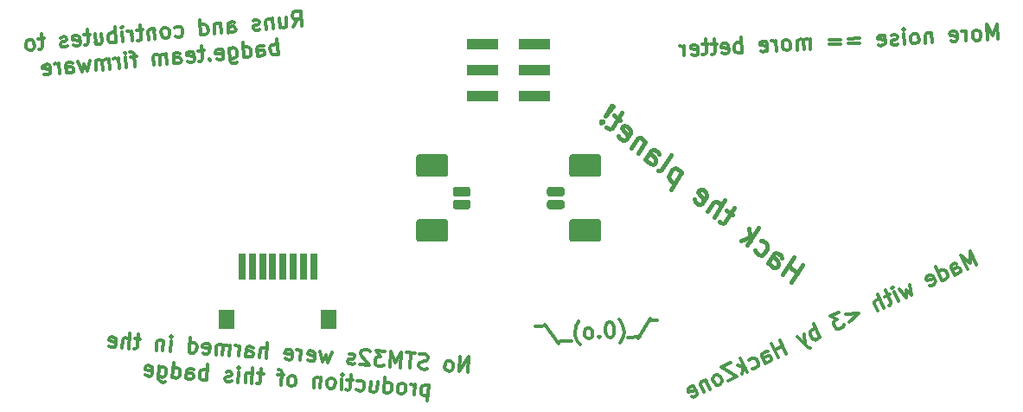
<source format=gbr>
%TF.GenerationSoftware,KiCad,Pcbnew,(5.1.5)-3*%
%TF.CreationDate,2020-05-31T21:19:38+02:00*%
%TF.ProjectId,speaker_grill,73706561-6b65-4725-9f67-72696c6c2e6b,rev?*%
%TF.SameCoordinates,PXbebc200PY5f5e100*%
%TF.FileFunction,Soldermask,Bot*%
%TF.FilePolarity,Negative*%
%FSLAX46Y46*%
G04 Gerber Fmt 4.6, Leading zero omitted, Abs format (unit mm)*
G04 Created by KiCad (PCBNEW (5.1.5)-3) date 2020-05-31 21:19:38*
%MOMM*%
%LPD*%
G04 APERTURE LIST*
%ADD10C,0.300000*%
%ADD11C,0.400000*%
%ADD12R,1.500000X1.900000*%
%ADD13R,0.700000X2.600000*%
%ADD14C,0.100000*%
%ADD15R,3.100000X1.100000*%
G04 APERTURE END LIST*
D10*
X-35483141Y9061119D02*
X-36196447Y9023736D01*
X-36136332Y9241467D02*
X-37319350Y7248249D01*
X-37184165Y7398387D02*
X-38325456Y7338575D01*
X-39087664Y6869469D02*
X-39020072Y6944538D01*
X-38888625Y7166007D01*
X-38824771Y7312407D01*
X-38764655Y7530137D01*
X-38712016Y7890529D01*
X-38726969Y8175851D01*
X-38816991Y8528767D01*
X-38899537Y8739020D01*
X-38978344Y8877943D01*
X-39132220Y9084459D01*
X-39207289Y9152051D01*
X-40052042Y8893200D02*
X-40194704Y8885723D01*
X-40333627Y8806916D01*
X-40401219Y8731847D01*
X-40465073Y8585447D01*
X-40521451Y8296386D01*
X-40502760Y7939733D01*
X-40416476Y7658149D01*
X-40337669Y7519225D01*
X-40262600Y7451633D01*
X-40116200Y7387779D01*
X-39973539Y7395256D01*
X-39834615Y7474063D01*
X-39767023Y7549132D01*
X-39703169Y7695531D01*
X-39646791Y7984592D01*
X-39665483Y8341246D01*
X-39751767Y8622830D01*
X-39830574Y8761753D01*
X-39905643Y8829346D01*
X-40052042Y8893200D01*
X-41122306Y7478104D02*
X-41189898Y7403035D01*
X-41114829Y7335443D01*
X-41047237Y7410512D01*
X-41122306Y7478104D01*
X-41114829Y7335443D01*
X-42042128Y7286845D02*
X-41903205Y7365653D01*
X-41835613Y7440722D01*
X-41771759Y7587121D01*
X-41794188Y8015105D01*
X-41872996Y8154028D01*
X-41948065Y8221621D01*
X-42094464Y8285475D01*
X-42308456Y8274260D01*
X-42447379Y8195453D01*
X-42514972Y8120384D01*
X-42578826Y7973984D01*
X-42556396Y7546000D01*
X-42477589Y7407077D01*
X-42402520Y7339485D01*
X-42256120Y7275630D01*
X-42042128Y7286845D01*
X-43010852Y6663864D02*
X-43085921Y6731456D01*
X-43239797Y6937972D01*
X-43318604Y7076895D01*
X-43401150Y7287149D01*
X-43491172Y7640064D01*
X-43506125Y7925387D01*
X-43453485Y8285778D01*
X-43393370Y8503509D01*
X-43329516Y8649908D01*
X-43198069Y8871377D01*
X-43130477Y8946446D01*
X-43817919Y7050727D02*
X-44959210Y6990914D01*
X-46475542Y8628085D02*
X-45090656Y6769446D01*
X-46682058Y8474209D02*
X-47395364Y8436826D01*
X-2121394Y36531697D02*
X-2199898Y38029642D01*
X-2643139Y36933513D01*
X-3198528Y37977306D01*
X-3120024Y36479361D01*
X-4047323Y36430764D02*
X-3908400Y36509571D01*
X-3840807Y36584640D01*
X-3776953Y36731039D01*
X-3799383Y37159024D01*
X-3878190Y37297947D01*
X-3953259Y37365539D01*
X-4099659Y37429393D01*
X-4313651Y37418178D01*
X-4452574Y37339371D01*
X-4520166Y37264302D01*
X-4584020Y37117902D01*
X-4561591Y36689918D01*
X-4482783Y36550995D01*
X-4407714Y36483403D01*
X-4261315Y36419549D01*
X-4047323Y36430764D01*
X-5188614Y36370951D02*
X-5240950Y37369581D01*
X-5225996Y37084258D02*
X-5304804Y37223181D01*
X-5379873Y37290773D01*
X-5526272Y37354627D01*
X-5668934Y37347151D01*
X-6690296Y36363778D02*
X-6543897Y36299924D01*
X-6258574Y36314877D01*
X-6119651Y36393684D01*
X-6055797Y36540084D01*
X-6085703Y37110729D01*
X-6164510Y37249652D01*
X-6310910Y37313506D01*
X-6596233Y37298553D01*
X-6735156Y37219746D01*
X-6799010Y37073346D01*
X-6791533Y36930685D01*
X-6070750Y36825406D01*
X-8593492Y37193881D02*
X-8541156Y36195252D01*
X-8586015Y37051220D02*
X-8661084Y37118812D01*
X-8807484Y37182666D01*
X-9021476Y37171452D01*
X-9160399Y37092644D01*
X-9224253Y36946245D01*
X-9183132Y36161607D01*
X-10110431Y36113010D02*
X-9971508Y36191817D01*
X-9903915Y36266886D01*
X-9840061Y36413285D01*
X-9862491Y36841270D01*
X-9941298Y36980193D01*
X-10016367Y37047785D01*
X-10162767Y37111639D01*
X-10376759Y37100424D01*
X-10515682Y37021617D01*
X-10583274Y36946548D01*
X-10647128Y36800148D01*
X-10624699Y36372164D01*
X-10545891Y36233241D01*
X-10470822Y36165649D01*
X-10324423Y36101795D01*
X-10110431Y36113010D01*
X-11251722Y36053197D02*
X-11304057Y37051827D01*
X-11330225Y37551141D02*
X-11255157Y37483549D01*
X-11322749Y37408480D01*
X-11397818Y37476072D01*
X-11330225Y37551141D01*
X-11322749Y37408480D01*
X-11897436Y36090883D02*
X-12036359Y36012076D01*
X-12321682Y35997123D01*
X-12468081Y36060977D01*
X-12546889Y36199900D01*
X-12550627Y36271231D01*
X-12486773Y36417630D01*
X-12347850Y36496438D01*
X-12133858Y36507652D01*
X-11994935Y36586460D01*
X-11931080Y36732859D01*
X-11934819Y36804190D01*
X-12013626Y36943113D01*
X-12160026Y37006967D01*
X-12374018Y36995752D01*
X-12512941Y36916945D01*
X-13752034Y35993688D02*
X-13605634Y35929834D01*
X-13320311Y35944787D01*
X-13181388Y36023594D01*
X-13117534Y36169994D01*
X-13147440Y36740639D01*
X-13226248Y36879562D01*
X-13372647Y36943416D01*
X-13657970Y36928463D01*
X-13796893Y36849656D01*
X-13860747Y36703256D01*
X-13853271Y36560595D01*
X-13132487Y36455316D01*
X-15644014Y36609799D02*
X-16785305Y36549987D01*
X-16762875Y36122003D02*
X-15621584Y36181815D01*
X-17498612Y36512604D02*
X-18639903Y36452791D01*
X-18617473Y36024807D02*
X-17476182Y36084620D01*
X-20453379Y35570959D02*
X-20505715Y36569588D01*
X-20498239Y36426927D02*
X-20573308Y36494519D01*
X-20719707Y36558373D01*
X-20933699Y36547158D01*
X-21072623Y36468351D01*
X-21136477Y36321952D01*
X-21095356Y35537314D01*
X-21136477Y36321952D02*
X-21215284Y36460875D01*
X-21361684Y36524729D01*
X-21575676Y36513514D01*
X-21714599Y36434707D01*
X-21778453Y36288307D01*
X-21737332Y35503669D01*
X-22664631Y35455072D02*
X-22525707Y35533879D01*
X-22458115Y35608948D01*
X-22394261Y35755348D01*
X-22416691Y36183332D01*
X-22495498Y36322255D01*
X-22570567Y36389847D01*
X-22716966Y36453701D01*
X-22930959Y36442487D01*
X-23069882Y36363679D01*
X-23137474Y36288610D01*
X-23201328Y36142211D01*
X-23178898Y35714227D01*
X-23100091Y35575303D01*
X-23025022Y35507711D01*
X-22878623Y35443857D01*
X-22664631Y35455072D01*
X-23805921Y35395259D02*
X-23858257Y36393889D01*
X-23843304Y36108566D02*
X-23922111Y36247489D01*
X-23997180Y36315082D01*
X-24143580Y36378936D01*
X-24286241Y36371459D01*
X-25307604Y35388086D02*
X-25161204Y35324232D01*
X-24875882Y35339185D01*
X-24736959Y35417992D01*
X-24673104Y35564392D01*
X-24703011Y36135037D01*
X-24781818Y36273960D01*
X-24928218Y36337815D01*
X-25213540Y36322861D01*
X-25352463Y36244054D01*
X-25416317Y36097655D01*
X-25408841Y35954993D01*
X-24688058Y35849715D01*
X-27158463Y35219560D02*
X-27236967Y36717504D01*
X-27207061Y36146859D02*
X-27353461Y36210713D01*
X-27638783Y36195760D01*
X-27777707Y36116953D01*
X-27845299Y36041884D01*
X-27909153Y35895484D01*
X-27886723Y35467500D01*
X-27807916Y35328577D01*
X-27732847Y35260984D01*
X-27586448Y35197130D01*
X-27301125Y35212083D01*
X-27162202Y35290891D01*
X-29088130Y35189957D02*
X-28941730Y35126103D01*
X-28656408Y35141056D01*
X-28517485Y35219863D01*
X-28453631Y35366263D01*
X-28483537Y35936908D01*
X-28562344Y36075832D01*
X-28708744Y36139686D01*
X-28994066Y36124732D01*
X-29132989Y36045925D01*
X-29196844Y35899526D01*
X-29189367Y35756864D01*
X-28468584Y35651586D01*
X-29636043Y36091088D02*
X-30206688Y36061182D01*
X-29876203Y36579188D02*
X-29808913Y35295236D01*
X-29872768Y35148836D01*
X-30011691Y35070029D01*
X-30154352Y35062552D01*
X-30492011Y36046229D02*
X-31062656Y36016322D01*
X-30732171Y36534328D02*
X-30664882Y35250376D01*
X-30728736Y35103977D01*
X-30867659Y35025169D01*
X-31010320Y35017693D01*
X-32084019Y35032949D02*
X-31937619Y34969095D01*
X-31652296Y34984048D01*
X-31513373Y35062855D01*
X-31449519Y35209255D01*
X-31479425Y35779901D01*
X-31558233Y35918824D01*
X-31704632Y35982678D01*
X-31989955Y35967725D01*
X-32128878Y35888917D01*
X-32192732Y35742518D01*
X-32185256Y35599856D01*
X-31464472Y35494578D01*
X-32793587Y34924236D02*
X-32845923Y35922865D01*
X-32830970Y35637543D02*
X-32909777Y35776466D01*
X-32984846Y35844058D01*
X-33131246Y35907912D01*
X-33273907Y35900436D01*
X-53994143Y3966764D02*
X-53889508Y5463110D01*
X-54849197Y4026555D01*
X-54744563Y5522901D01*
X-55775507Y4091329D02*
X-55628015Y4152618D01*
X-55551778Y4218890D01*
X-55470558Y4356417D01*
X-55440663Y4783944D01*
X-55501952Y4931436D01*
X-55568224Y5007673D01*
X-55705750Y5088893D01*
X-55919514Y5103841D01*
X-56067006Y5042551D01*
X-56143243Y4976280D01*
X-56224463Y4838753D01*
X-56254358Y4411226D01*
X-56193069Y4263734D01*
X-56126797Y4187497D01*
X-55989271Y4106277D01*
X-55775507Y4091329D01*
X-57979416Y4317044D02*
X-58198162Y4260738D01*
X-58554435Y4285651D01*
X-58691962Y4366870D01*
X-58758234Y4443108D01*
X-58819523Y4590599D01*
X-58809558Y4733108D01*
X-58728338Y4870635D01*
X-58652101Y4936907D01*
X-58504609Y4998196D01*
X-58214608Y5049520D01*
X-58067117Y5110810D01*
X-57990879Y5177082D01*
X-57909660Y5314608D01*
X-57899694Y5457118D01*
X-57960984Y5604609D01*
X-58027256Y5680846D01*
X-58164782Y5762066D01*
X-58521055Y5786979D01*
X-58739802Y5730672D01*
X-59162346Y5831823D02*
X-60017401Y5891614D01*
X-59694509Y4365372D02*
X-59589874Y5861718D01*
X-60620818Y4430146D02*
X-60516183Y5926492D01*
X-61089704Y4892552D01*
X-61513747Y5996249D01*
X-61618382Y4499903D01*
X-62083784Y6036110D02*
X-63010093Y6100883D01*
X-62551172Y5495969D01*
X-62764936Y5510916D01*
X-62912428Y5449627D01*
X-62988665Y5383355D01*
X-63069885Y5245828D01*
X-63094798Y4889556D01*
X-63033508Y4742064D01*
X-62967236Y4665827D01*
X-62829710Y4584607D01*
X-62402182Y4554711D01*
X-62254691Y4616001D01*
X-62178453Y4682273D01*
X-63590095Y5998235D02*
X-63656367Y6074472D01*
X-63793894Y6155692D01*
X-64150167Y6180605D01*
X-64297658Y6119316D01*
X-64373896Y6053044D01*
X-64455115Y5915517D01*
X-64465081Y5773008D01*
X-64408774Y5554262D01*
X-63613510Y4639416D01*
X-64539820Y4704189D01*
X-65104874Y4815305D02*
X-65252365Y4754015D01*
X-65537384Y4773946D01*
X-65674910Y4855166D01*
X-65736200Y5002657D01*
X-65731217Y5073912D01*
X-65649997Y5211439D01*
X-65502505Y5272728D01*
X-65288742Y5257780D01*
X-65141250Y5319069D01*
X-65060030Y5456596D01*
X-65055048Y5527851D01*
X-65116337Y5675342D01*
X-65253863Y5756562D01*
X-65467627Y5771510D01*
X-65615119Y5710221D01*
X-67320246Y5901058D02*
X-67675021Y4923424D01*
X-67910213Y5655900D01*
X-68245058Y4963285D01*
X-68460319Y5980779D01*
X-69665166Y5134192D02*
X-69527640Y5052972D01*
X-69242622Y5033041D01*
X-69095130Y5094331D01*
X-69013910Y5231857D01*
X-68974049Y5801894D01*
X-69035339Y5949386D01*
X-69172865Y6030605D01*
X-69457883Y6050536D01*
X-69605375Y5989246D01*
X-69686595Y5851720D01*
X-69696560Y5709211D01*
X-68993980Y5516876D01*
X-70382695Y5112763D02*
X-70312938Y6110327D01*
X-70332869Y5825309D02*
X-70394158Y5972801D01*
X-70460430Y6049038D01*
X-70597957Y6130258D01*
X-70740466Y6140223D01*
X-71874058Y5288652D02*
X-71736532Y5207433D01*
X-71451513Y5187502D01*
X-71304022Y5248791D01*
X-71222802Y5386318D01*
X-71182941Y5956355D01*
X-71244230Y6103846D01*
X-71381757Y6185066D01*
X-71666775Y6204997D01*
X-71814267Y6143707D01*
X-71895487Y6006181D01*
X-71905452Y5863672D01*
X-71202871Y5671336D01*
X-73731660Y5346945D02*
X-73627025Y6843292D01*
X-74372951Y5391789D02*
X-74318142Y6175589D01*
X-74236923Y6313116D01*
X-74089431Y6374405D01*
X-73875667Y6359457D01*
X-73738140Y6278238D01*
X-73671869Y6202000D01*
X-75726788Y5486458D02*
X-75671979Y6270259D01*
X-75590759Y6407785D01*
X-75443268Y6469075D01*
X-75158249Y6449144D01*
X-75020723Y6367924D01*
X-75721805Y5557713D02*
X-75584279Y5476493D01*
X-75228006Y5451580D01*
X-75080514Y5512870D01*
X-74999294Y5650396D01*
X-74989329Y5792905D01*
X-75050618Y5940397D01*
X-75188145Y6021617D01*
X-75544418Y6046530D01*
X-75681944Y6127750D01*
X-76439334Y5536284D02*
X-76369577Y6533849D01*
X-76389508Y6248830D02*
X-76450797Y6396322D01*
X-76517069Y6472559D01*
X-76654595Y6553779D01*
X-76797105Y6563744D01*
X-77365643Y5601058D02*
X-77295887Y6598622D01*
X-77305852Y6456113D02*
X-77372124Y6532350D01*
X-77509650Y6613570D01*
X-77723414Y6628518D01*
X-77870906Y6567229D01*
X-77952126Y6429702D01*
X-78006934Y5645902D01*
X-77952126Y6429702D02*
X-78013415Y6577194D01*
X-78150942Y6658414D01*
X-78364705Y6673361D01*
X-78512197Y6612072D01*
X-78593417Y6474546D01*
X-78648225Y5690745D01*
X-79925825Y5851687D02*
X-79788299Y5770467D01*
X-79503280Y5750537D01*
X-79355789Y5811826D01*
X-79274569Y5949352D01*
X-79234708Y6519389D01*
X-79295997Y6666881D01*
X-79433524Y6748101D01*
X-79718542Y6768031D01*
X-79866034Y6706742D01*
X-79947254Y6569215D01*
X-79957219Y6426706D01*
X-79254638Y6234371D01*
X-81284645Y5875102D02*
X-81180010Y7371448D01*
X-81279662Y5946356D02*
X-81142136Y5865136D01*
X-80857117Y5845206D01*
X-80709626Y5906495D01*
X-80633388Y5972767D01*
X-80552169Y6110294D01*
X-80522273Y6537821D01*
X-80583562Y6685313D01*
X-80649834Y6761550D01*
X-80787361Y6842770D01*
X-81072379Y6862700D01*
X-81219871Y6801411D01*
X-83137264Y6004649D02*
X-83067507Y7002213D01*
X-83032629Y7500995D02*
X-82966357Y7424758D01*
X-83042594Y7358486D01*
X-83108866Y7434723D01*
X-83032629Y7500995D01*
X-83042594Y7358486D01*
X-83780053Y7052039D02*
X-83849809Y6054475D01*
X-83790018Y6909530D02*
X-83856290Y6985768D01*
X-83993817Y7066987D01*
X-84207580Y7081935D01*
X-84355072Y7020646D01*
X-84436292Y6883119D01*
X-84491101Y6099319D01*
X-86060199Y7211483D02*
X-86630236Y7251344D01*
X-86239085Y7725213D02*
X-86328772Y6442630D01*
X-86409992Y6305104D01*
X-86557483Y6243814D01*
X-86699992Y6253780D01*
X-87198774Y6288658D02*
X-87094140Y7785004D01*
X-87840066Y6333501D02*
X-87785257Y7117302D01*
X-87704037Y7254828D01*
X-87556545Y7316118D01*
X-87342782Y7301170D01*
X-87205255Y7219950D01*
X-87138983Y7143713D01*
X-89117665Y6494443D02*
X-88980139Y6413223D01*
X-88695121Y6393293D01*
X-88547629Y6454582D01*
X-88466409Y6592109D01*
X-88426548Y7162145D01*
X-88487838Y7309637D01*
X-88625364Y7390857D01*
X-88910382Y7410787D01*
X-89057874Y7349498D01*
X-89139094Y7211971D01*
X-89149059Y7069462D01*
X-88446479Y6877127D01*
X-57843130Y2682127D02*
X-57947765Y1185781D01*
X-57848113Y2610872D02*
X-57985639Y2692092D01*
X-58270658Y2712022D01*
X-58418149Y2650733D01*
X-58494387Y2584461D01*
X-58575606Y2446934D01*
X-58605502Y2019407D01*
X-58544213Y1871915D01*
X-58477941Y1795678D01*
X-58340414Y1714458D01*
X-58055396Y1694528D01*
X-57907904Y1755817D01*
X-59266724Y1779232D02*
X-59196967Y2776796D01*
X-59216898Y2491778D02*
X-59278187Y2639270D01*
X-59344459Y2715507D01*
X-59481985Y2796727D01*
X-59624495Y2806692D01*
X-60406797Y1858954D02*
X-60259305Y1920243D01*
X-60183068Y1986515D01*
X-60101848Y2124042D01*
X-60071952Y2551569D01*
X-60133242Y2699061D01*
X-60199514Y2775298D01*
X-60337040Y2856518D01*
X-60550804Y2871466D01*
X-60698296Y2810176D01*
X-60774533Y2743904D01*
X-60855753Y2606378D01*
X-60885648Y2178850D01*
X-60824359Y2031359D01*
X-60758087Y1955121D01*
X-60620561Y1873902D01*
X-60406797Y1858954D01*
X-62188161Y1983519D02*
X-62083526Y3479865D01*
X-62183179Y2054774D02*
X-62045652Y1973554D01*
X-61760634Y1953623D01*
X-61613142Y2014913D01*
X-61536905Y2081185D01*
X-61455685Y2218711D01*
X-61425789Y2646239D01*
X-61487079Y2793730D01*
X-61553351Y2869968D01*
X-61690877Y2951187D01*
X-61975896Y2971118D01*
X-62123387Y2909828D01*
X-63472242Y3075752D02*
X-63541998Y2078188D01*
X-62830950Y3030909D02*
X-62885759Y2247109D01*
X-62966979Y2109582D01*
X-63114471Y2048293D01*
X-63328234Y2063241D01*
X-63465761Y2144460D01*
X-63532033Y2220698D01*
X-64890852Y2244113D02*
X-64753326Y2162893D01*
X-64468308Y2142962D01*
X-64320816Y2204252D01*
X-64244579Y2270524D01*
X-64163359Y2408050D01*
X-64133463Y2835578D01*
X-64194753Y2983069D01*
X-64261025Y3059307D01*
X-64398551Y3140526D01*
X-64683569Y3160457D01*
X-64831061Y3099167D01*
X-65253606Y3200318D02*
X-65823643Y3240178D01*
X-65432492Y3714047D02*
X-65522178Y2431465D01*
X-65603398Y2293939D01*
X-65750890Y2232649D01*
X-65893399Y2242614D01*
X-66392181Y2277493D02*
X-66322425Y3275057D01*
X-66287546Y3773839D02*
X-66221274Y3697602D01*
X-66297512Y3631330D01*
X-66363784Y3707567D01*
X-66287546Y3773839D01*
X-66297512Y3631330D01*
X-67318491Y2342267D02*
X-67170999Y2403556D01*
X-67094762Y2469828D01*
X-67013542Y2607354D01*
X-66983646Y3034882D01*
X-67044936Y3182374D01*
X-67111208Y3258611D01*
X-67248734Y3339831D01*
X-67462498Y3354778D01*
X-67609990Y3293489D01*
X-67686227Y3227217D01*
X-67767447Y3089690D01*
X-67797342Y2662163D01*
X-67736053Y2514671D01*
X-67669781Y2438434D01*
X-67532254Y2357214D01*
X-67318491Y2342267D01*
X-68388807Y3419552D02*
X-68458564Y2421988D01*
X-68398773Y3277043D02*
X-68465045Y3353280D01*
X-68602571Y3434500D01*
X-68816335Y3449448D01*
X-68963827Y3388159D01*
X-69045046Y3250632D01*
X-69099855Y2466832D01*
X-71166238Y2611327D02*
X-71018746Y2672617D01*
X-70942509Y2738889D01*
X-70861289Y2876415D01*
X-70831393Y3303943D01*
X-70892683Y3451434D01*
X-70958955Y3527671D01*
X-71096481Y3608891D01*
X-71310245Y3623839D01*
X-71457737Y3562550D01*
X-71533974Y3496278D01*
X-71615194Y3358751D01*
X-71645089Y2931224D01*
X-71583800Y2783732D01*
X-71517528Y2707495D01*
X-71380001Y2626275D01*
X-71166238Y2611327D01*
X-72022791Y3673665D02*
X-72592827Y3713526D01*
X-72306311Y2691049D02*
X-72216624Y3973631D01*
X-72277913Y4121123D01*
X-72415440Y4202343D01*
X-72557949Y4212308D01*
X-74017919Y3813178D02*
X-74587955Y3853039D01*
X-74196804Y4326908D02*
X-74286491Y3044326D01*
X-74367711Y2906799D01*
X-74515203Y2845510D01*
X-74657712Y2855475D01*
X-75156494Y2890353D02*
X-75051859Y4386699D01*
X-75797785Y2935197D02*
X-75742976Y3718997D01*
X-75661757Y3856523D01*
X-75514265Y3917813D01*
X-75300501Y3902865D01*
X-75162975Y3821645D01*
X-75096703Y3745408D01*
X-76510331Y2985023D02*
X-76440574Y3982587D01*
X-76405696Y4481369D02*
X-76339424Y4405131D01*
X-76415661Y4338860D01*
X-76481933Y4415097D01*
X-76405696Y4481369D01*
X-76415661Y4338860D01*
X-77146639Y3101121D02*
X-77294131Y3039831D01*
X-77579149Y3059762D01*
X-77716676Y3140981D01*
X-77777965Y3288473D01*
X-77772983Y3359728D01*
X-77691763Y3497254D01*
X-77544271Y3558544D01*
X-77330507Y3543596D01*
X-77183016Y3604885D01*
X-77101796Y3742412D01*
X-77096813Y3813666D01*
X-77158103Y3961158D01*
X-77295629Y4042378D01*
X-77509393Y4057326D01*
X-77656885Y3996036D01*
X-79574278Y3199275D02*
X-79469643Y4695621D01*
X-79509504Y4125584D02*
X-79647030Y4206804D01*
X-79932048Y4226734D01*
X-80079540Y4165445D01*
X-80155777Y4099173D01*
X-80236997Y3961646D01*
X-80266893Y3534119D01*
X-80205603Y3386627D01*
X-80139331Y3310390D01*
X-80001805Y3229170D01*
X-79716787Y3209240D01*
X-79569295Y3270529D01*
X-81569406Y3338788D02*
X-81514597Y4122588D01*
X-81433377Y4260114D01*
X-81285885Y4321404D01*
X-81000867Y4301473D01*
X-80863341Y4220254D01*
X-81564423Y3410042D02*
X-81426896Y3328822D01*
X-81070624Y3303909D01*
X-80923132Y3365199D01*
X-80841912Y3502725D01*
X-80831947Y3645234D01*
X-80893236Y3792726D01*
X-81030763Y3873946D01*
X-81387036Y3898859D01*
X-81524562Y3980079D01*
X-82923243Y3433457D02*
X-82818608Y4929803D01*
X-82918260Y3504712D02*
X-82780733Y3423492D01*
X-82495715Y3403561D01*
X-82348223Y3464851D01*
X-82271986Y3531123D01*
X-82190766Y3668649D01*
X-82160871Y4096177D01*
X-82222160Y4243669D01*
X-82288432Y4319906D01*
X-82425959Y4401125D01*
X-82710977Y4421056D01*
X-82858469Y4359767D01*
X-84207323Y4525691D02*
X-84292027Y3314363D01*
X-84230738Y3166871D01*
X-84164466Y3090634D01*
X-84026939Y3009414D01*
X-83813176Y2994466D01*
X-83665684Y3055756D01*
X-84272097Y3599381D02*
X-84134570Y3518161D01*
X-83849552Y3498231D01*
X-83702060Y3559520D01*
X-83625823Y3625792D01*
X-83544603Y3763319D01*
X-83514708Y4190846D01*
X-83575997Y4338338D01*
X-83642269Y4414575D01*
X-83779796Y4495795D01*
X-84064814Y4515725D01*
X-84212306Y4454436D01*
X-85554679Y3689068D02*
X-85417153Y3607848D01*
X-85132134Y3587918D01*
X-84984643Y3649207D01*
X-84903423Y3786734D01*
X-84863562Y4356770D01*
X-84924851Y4504262D01*
X-85062378Y4585482D01*
X-85347396Y4605412D01*
X-85494888Y4544123D01*
X-85576108Y4406596D01*
X-85586073Y4264087D01*
X-84883492Y4071752D01*
X-71087982Y37745860D02*
X-70652138Y38501006D01*
X-70234101Y37820565D02*
X-70364834Y39314857D01*
X-70934088Y39265054D01*
X-71070176Y39181446D01*
X-71135108Y39104064D01*
X-71193814Y38955525D01*
X-71175137Y38742055D01*
X-71091530Y38605967D01*
X-71014148Y38541035D01*
X-70865609Y38482329D01*
X-70296355Y38532133D01*
X-72455959Y38629997D02*
X-72368803Y37633803D01*
X-71815548Y38686026D02*
X-71747069Y37903302D01*
X-71805775Y37754763D01*
X-71941863Y37671155D01*
X-72155333Y37652479D01*
X-72303872Y37711185D01*
X-72381254Y37776116D01*
X-73167527Y38567743D02*
X-73080371Y37571549D01*
X-73155076Y38425430D02*
X-73232458Y38490361D01*
X-73380997Y38549067D01*
X-73594467Y38530391D01*
X-73730556Y38446783D01*
X-73789262Y38298244D01*
X-73720782Y37515520D01*
X-74367418Y37530648D02*
X-74503506Y37447040D01*
X-74788133Y37422139D01*
X-74936672Y37480845D01*
X-75020280Y37616933D01*
X-75026505Y37688090D01*
X-74967799Y37836629D01*
X-74831711Y37920236D01*
X-74618241Y37938912D01*
X-74482153Y38022520D01*
X-74423447Y38171059D01*
X-74429672Y38242216D01*
X-74513280Y38378304D01*
X-74661819Y38437010D01*
X-74875289Y38418333D01*
X-75011377Y38334726D01*
X-77420934Y37191799D02*
X-77489413Y37974523D01*
X-77430707Y38123062D01*
X-77294619Y38206670D01*
X-77009992Y38231571D01*
X-76861453Y38172865D01*
X-77427159Y37262955D02*
X-77278620Y37204249D01*
X-76922836Y37235376D01*
X-76786748Y37318984D01*
X-76728042Y37467523D01*
X-76740493Y37609837D01*
X-76824101Y37745925D01*
X-76972640Y37804631D01*
X-77328423Y37773504D01*
X-77476962Y37832209D01*
X-78219657Y38125739D02*
X-78132501Y37129545D01*
X-78207206Y37983426D02*
X-78284588Y38048357D01*
X-78433127Y38107063D01*
X-78646598Y38088387D01*
X-78782686Y38004779D01*
X-78841392Y37856240D01*
X-78772912Y37073516D01*
X-80124891Y36955233D02*
X-80255624Y38449525D01*
X-80131116Y37026390D02*
X-79982577Y36967684D01*
X-79697950Y36992585D01*
X-79561862Y37076193D01*
X-79496931Y37153575D01*
X-79438225Y37302114D01*
X-79475577Y37729055D01*
X-79559185Y37865143D01*
X-79636567Y37930074D01*
X-79785106Y37988780D01*
X-80069733Y37963879D01*
X-80205821Y37880271D01*
X-82621603Y36808500D02*
X-82473064Y36749794D01*
X-82188437Y36774696D01*
X-82052349Y36858304D01*
X-81987417Y36935686D01*
X-81928712Y37084225D01*
X-81966064Y37511165D01*
X-82049672Y37647254D01*
X-82127054Y37712185D01*
X-82275593Y37770891D01*
X-82560220Y37745989D01*
X-82696308Y37662382D01*
X-83469259Y36662639D02*
X-83333171Y36746246D01*
X-83268239Y36823629D01*
X-83209533Y36972167D01*
X-83246886Y37399108D01*
X-83330493Y37535196D01*
X-83407876Y37600128D01*
X-83556414Y37658833D01*
X-83769885Y37640157D01*
X-83905973Y37556550D01*
X-83970904Y37479167D01*
X-84029610Y37330629D01*
X-83992258Y36903688D01*
X-83908650Y36767600D01*
X-83831268Y36702668D01*
X-83682729Y36643963D01*
X-83469259Y36662639D01*
X-84694923Y37559227D02*
X-84607767Y36563032D01*
X-84682472Y37416913D02*
X-84759854Y37481845D01*
X-84908393Y37540551D01*
X-85121863Y37521874D01*
X-85257951Y37438267D01*
X-85316657Y37289728D01*
X-85248178Y36507003D01*
X-85833431Y37459620D02*
X-86402685Y37409817D01*
X-86090479Y37939041D02*
X-85978422Y36658220D01*
X-86037128Y36509681D01*
X-86173216Y36426073D01*
X-86315529Y36413622D01*
X-86813627Y36370044D02*
X-86900782Y37366239D01*
X-86875881Y37081612D02*
X-86959488Y37217700D01*
X-87036870Y37282632D01*
X-87185409Y37341338D01*
X-87327723Y37328887D01*
X-87738665Y36289114D02*
X-87825820Y37285309D01*
X-87869398Y37783406D02*
X-87792016Y37718475D01*
X-87856947Y37641093D01*
X-87934330Y37706024D01*
X-87869398Y37783406D01*
X-87856947Y37641093D01*
X-88450232Y36226860D02*
X-88580966Y37721152D01*
X-88531163Y37151898D02*
X-88679701Y37210604D01*
X-88964329Y37185702D01*
X-89100417Y37102095D01*
X-89165348Y37024713D01*
X-89224054Y36876174D01*
X-89186701Y36449233D01*
X-89103094Y36313145D01*
X-89025712Y36248214D01*
X-88877173Y36189508D01*
X-88592546Y36214409D01*
X-88456458Y36298017D01*
X-90529777Y37048743D02*
X-90442622Y36052549D01*
X-89889366Y37104772D02*
X-89820887Y36322048D01*
X-89879593Y36173509D01*
X-90015681Y36089901D01*
X-90229151Y36071225D01*
X-90377690Y36129931D01*
X-90455072Y36194862D01*
X-91027875Y37005165D02*
X-91597129Y36955362D01*
X-91284923Y37484586D02*
X-91172865Y36203765D01*
X-91231571Y36055226D01*
X-91367660Y35971618D01*
X-91509973Y35959167D01*
X-92583550Y35936943D02*
X-92435011Y35878237D01*
X-92150384Y35903139D01*
X-92014296Y35986746D01*
X-91955590Y36135285D01*
X-92005393Y36704539D01*
X-92089001Y36840627D01*
X-92237540Y36899333D01*
X-92522167Y36874432D01*
X-92658255Y36790824D01*
X-92716961Y36642285D01*
X-92704510Y36499972D01*
X-91980492Y36419912D01*
X-93223961Y35880914D02*
X-93360049Y35797307D01*
X-93644676Y35772405D01*
X-93793215Y35831111D01*
X-93876822Y35967199D01*
X-93883048Y36038356D01*
X-93824342Y36186895D01*
X-93688254Y36270502D01*
X-93474784Y36289179D01*
X-93338695Y36372786D01*
X-93279989Y36521325D01*
X-93286215Y36592482D01*
X-93369822Y36728570D01*
X-93518361Y36787276D01*
X-93731832Y36768600D01*
X-93867920Y36684992D01*
X-95510751Y36612965D02*
X-96080005Y36563161D01*
X-95767799Y37092386D02*
X-95655742Y35811564D01*
X-95714448Y35663025D01*
X-95850536Y35579417D01*
X-95992849Y35566967D01*
X-96704417Y35504712D02*
X-96568329Y35588320D01*
X-96503397Y35665702D01*
X-96444691Y35814241D01*
X-96482044Y36241182D01*
X-96565651Y36377270D01*
X-96643034Y36442201D01*
X-96791573Y36500907D01*
X-97005043Y36482231D01*
X-97141131Y36398623D01*
X-97206062Y36321241D01*
X-97264768Y36172702D01*
X-97227416Y35745762D01*
X-97143808Y35609674D01*
X-97066426Y35544742D01*
X-96917887Y35486036D01*
X-96704417Y35504712D01*
X-72573497Y35056154D02*
X-72704231Y36550446D01*
X-72654427Y35981192D02*
X-72802966Y36039898D01*
X-73087593Y36014997D01*
X-73223682Y35931389D01*
X-73288613Y35854007D01*
X-73347319Y35705468D01*
X-73309966Y35278527D01*
X-73226359Y35142439D01*
X-73148977Y35077508D01*
X-73000438Y35018802D01*
X-72715811Y35043703D01*
X-72579722Y35127311D01*
X-74565886Y34881843D02*
X-74634366Y35664567D01*
X-74575660Y35813106D01*
X-74439572Y35896714D01*
X-74154945Y35921615D01*
X-74006406Y35862909D01*
X-74572112Y34953000D02*
X-74423573Y34894294D01*
X-74067789Y34925421D01*
X-73931701Y35009028D01*
X-73872995Y35157567D01*
X-73885446Y35299881D01*
X-73969053Y35435969D01*
X-74117592Y35494675D01*
X-74473376Y35463548D01*
X-74621915Y35522254D01*
X-75917865Y34763560D02*
X-76048599Y36257852D01*
X-75924090Y34834717D02*
X-75775551Y34776011D01*
X-75490924Y34800912D01*
X-75354836Y34884520D01*
X-75289905Y34961902D01*
X-75231199Y35110441D01*
X-75268551Y35537382D01*
X-75352159Y35673470D01*
X-75429541Y35738401D01*
X-75578080Y35797107D01*
X-75862707Y35772206D01*
X-75998795Y35688598D01*
X-77356999Y35641472D02*
X-77251167Y34431807D01*
X-77167560Y34295719D01*
X-77090178Y34230787D01*
X-76941639Y34172082D01*
X-76728168Y34190758D01*
X-76592080Y34274365D01*
X-77276069Y34716434D02*
X-77127530Y34657728D01*
X-76842903Y34682630D01*
X-76706815Y34766237D01*
X-76641883Y34843619D01*
X-76583178Y34992158D01*
X-76620530Y35419099D01*
X-76704138Y35555187D01*
X-76781520Y35620118D01*
X-76930059Y35678824D01*
X-77214686Y35653923D01*
X-77350774Y35570315D01*
X-78556891Y34604377D02*
X-78408352Y34545671D01*
X-78123725Y34570572D01*
X-77987637Y34654180D01*
X-77928931Y34802719D01*
X-77978734Y35371973D01*
X-78062341Y35508061D01*
X-78210880Y35566767D01*
X-78495507Y35541865D01*
X-78631596Y35458258D01*
X-78690302Y35309719D01*
X-78677851Y35167405D01*
X-77953832Y35087346D01*
X-79274684Y34613279D02*
X-79339615Y34535897D01*
X-79262233Y34470966D01*
X-79197302Y34548348D01*
X-79274684Y34613279D01*
X-79262233Y34470966D01*
X-79847486Y35423583D02*
X-80416740Y35373779D01*
X-80104534Y35903004D02*
X-79992477Y34622182D01*
X-80051183Y34473643D01*
X-80187271Y34390035D01*
X-80329584Y34377585D01*
X-81403161Y34355360D02*
X-81254622Y34296654D01*
X-80969995Y34321556D01*
X-80833907Y34405163D01*
X-80775201Y34553702D01*
X-80825004Y35122957D01*
X-80908612Y35259045D01*
X-81057151Y35317751D01*
X-81341778Y35292849D01*
X-81477866Y35209241D01*
X-81536572Y35060702D01*
X-81524121Y34918389D01*
X-80800103Y34838329D01*
X-82748914Y34165921D02*
X-82817394Y34948645D01*
X-82758688Y35097184D01*
X-82622600Y35180792D01*
X-82337973Y35205693D01*
X-82189434Y35146987D01*
X-82755140Y34237077D02*
X-82606601Y34178371D01*
X-82250817Y34209498D01*
X-82114729Y34293106D01*
X-82056023Y34441645D01*
X-82068474Y34583959D01*
X-82152081Y34720047D01*
X-82300620Y34778753D01*
X-82656404Y34747626D01*
X-82804943Y34806332D01*
X-83460482Y34103667D02*
X-83547638Y35099861D01*
X-83535187Y34957548D02*
X-83612569Y35022479D01*
X-83761108Y35081185D01*
X-83974578Y35062509D01*
X-84110666Y34978901D01*
X-84169372Y34830362D01*
X-84100893Y34047638D01*
X-84169372Y34830362D02*
X-84252980Y34966450D01*
X-84401519Y35025156D01*
X-84614989Y35006480D01*
X-84751077Y34922872D01*
X-84809783Y34774334D01*
X-84741304Y33991609D01*
X-86465065Y34844619D02*
X-87034319Y34794816D01*
X-86591380Y33829748D02*
X-86703437Y35110570D01*
X-86787045Y35246658D01*
X-86935584Y35305364D01*
X-87077897Y35292913D01*
X-87445261Y33755044D02*
X-87532417Y34751238D01*
X-87575994Y35249336D02*
X-87498612Y35184404D01*
X-87563544Y35107022D01*
X-87640926Y35171953D01*
X-87575994Y35249336D01*
X-87563544Y35107022D01*
X-88156828Y33692789D02*
X-88243984Y34688984D01*
X-88219083Y34404357D02*
X-88302690Y34540445D01*
X-88380072Y34605377D01*
X-88528611Y34664083D01*
X-88670925Y34651632D01*
X-89081866Y33611859D02*
X-89169022Y34608054D01*
X-89156571Y34465740D02*
X-89233953Y34530672D01*
X-89382492Y34589378D01*
X-89595963Y34570701D01*
X-89732051Y34487094D01*
X-89790757Y34338555D01*
X-89722277Y33555830D01*
X-89790757Y34338555D02*
X-89874364Y34474643D01*
X-90022903Y34533349D01*
X-90236374Y34514673D01*
X-90372462Y34431065D01*
X-90431168Y34282526D01*
X-90362688Y33499802D01*
X-91019098Y34446193D02*
X-91216569Y33425097D01*
X-91563450Y34111763D01*
X-91785823Y33375294D01*
X-92157606Y34346587D01*
X-93280115Y33244560D02*
X-93348595Y34027284D01*
X-93289889Y34175823D01*
X-93153801Y34259431D01*
X-92869174Y34284332D01*
X-92720635Y34225627D01*
X-93286341Y33315717D02*
X-93137802Y33257011D01*
X-92782018Y33288138D01*
X-92645930Y33371745D01*
X-92587224Y33520284D01*
X-92599675Y33662598D01*
X-92683282Y33798686D01*
X-92831821Y33857392D01*
X-93187605Y33826265D01*
X-93336144Y33884971D01*
X-93991683Y33182306D02*
X-94078839Y34178501D01*
X-94053937Y33893873D02*
X-94137545Y34029962D01*
X-94214927Y34094893D01*
X-94363466Y34153599D01*
X-94505779Y34141148D01*
X-95492201Y33122729D02*
X-95343662Y33064023D01*
X-95059035Y33088925D01*
X-94922946Y33172532D01*
X-94864240Y33321071D01*
X-94914044Y33890325D01*
X-94997651Y34026413D01*
X-95146190Y34085119D01*
X-95430817Y34060218D01*
X-95566905Y33976610D01*
X-95625611Y33828071D01*
X-95613161Y33685758D01*
X-94889142Y33605698D01*
X-4194926Y14475215D02*
X-4828853Y15834677D01*
X-4829202Y14652323D01*
X-5735161Y15412058D01*
X-5101233Y14052597D01*
X-6331223Y13479043D02*
X-6663280Y14191142D01*
X-6658918Y14350802D01*
X-6559632Y14475912D01*
X-6300687Y14596660D01*
X-6141027Y14592298D01*
X-6361410Y13543780D02*
X-6201750Y13539417D01*
X-5878069Y13690352D01*
X-5778783Y13815463D01*
X-5774421Y13975122D01*
X-5834795Y14104595D01*
X-5959905Y14203880D01*
X-6119565Y14208243D01*
X-6443246Y14057308D01*
X-6602906Y14061670D01*
X-7561212Y12905490D02*
X-8195139Y14264952D01*
X-7591399Y12970226D02*
X-7431739Y12965864D01*
X-7172794Y13086612D01*
X-7073509Y13211722D01*
X-7038959Y13306646D01*
X-7034597Y13466305D01*
X-7215719Y13854723D01*
X-7340830Y13954008D01*
X-7435753Y13988558D01*
X-7595412Y13992920D01*
X-7854357Y13872172D01*
X-7953643Y13747061D01*
X-8756652Y12426860D02*
X-8596992Y12422498D01*
X-8338047Y12543246D01*
X-8238761Y12668356D01*
X-8234399Y12828016D01*
X-8475895Y13345906D01*
X-8601006Y13445191D01*
X-8760665Y13449554D01*
X-9019610Y13328805D01*
X-9118896Y13203695D01*
X-9123258Y13044036D01*
X-9062884Y12914563D01*
X-8355147Y13086961D01*
X-10702753Y12543943D02*
X-10539080Y11516887D01*
X-11099895Y12043502D01*
X-11056970Y11275391D01*
X-11738534Y12060951D01*
X-11833806Y10913147D02*
X-12256424Y11819455D01*
X-12467733Y12272608D02*
X-12372810Y12238059D01*
X-12407359Y12143136D01*
X-12502282Y12177685D01*
X-12467733Y12272608D01*
X-12407359Y12143136D01*
X-12709578Y11608145D02*
X-13227468Y11366649D01*
X-13115096Y11970738D02*
X-12571729Y10805485D01*
X-12576092Y10645826D01*
X-12675377Y10520716D01*
X-12804850Y10460341D01*
X-13258004Y10249032D02*
X-13891931Y11608494D01*
X-13840630Y9977349D02*
X-14172687Y10689448D01*
X-14168325Y10849108D01*
X-14069039Y10974218D01*
X-13874831Y11064779D01*
X-13715171Y11060417D01*
X-13620248Y11025868D01*
X-16982172Y9615802D02*
X-15765269Y9710377D01*
X-16619927Y8838967D01*
X-17711371Y9827460D02*
X-18552942Y9435029D01*
X-17858292Y9128448D01*
X-18052501Y9037887D01*
X-18151787Y8912776D01*
X-18186336Y8817853D01*
X-18190698Y8658193D01*
X-18039763Y8334512D01*
X-17914653Y8235227D01*
X-17819729Y8200677D01*
X-17660070Y8196315D01*
X-17271652Y8377437D01*
X-17172367Y8502547D01*
X-17137818Y8597471D01*
X-19537422Y7320892D02*
X-20171349Y8680353D01*
X-19929853Y8162463D02*
X-20089513Y8166825D01*
X-20348458Y8046077D01*
X-20447743Y7920967D01*
X-20482292Y7826044D01*
X-20486655Y7666384D01*
X-20305533Y7277966D01*
X-20180422Y7178681D01*
X-20085499Y7144132D01*
X-19925839Y7139769D01*
X-19666894Y7260517D01*
X-19567609Y7385628D01*
X-21060557Y7714020D02*
X-20961620Y6656777D01*
X-21707919Y7412150D02*
X-20961620Y6656777D01*
X-20681212Y6393470D01*
X-20586289Y6358921D01*
X-20426629Y6354558D01*
X-22838972Y5781354D02*
X-23472899Y7140815D01*
X-23171029Y6493453D02*
X-23947864Y6131208D01*
X-23615807Y5419109D02*
X-24249734Y6778571D01*
X-24845796Y4845556D02*
X-25177853Y5557655D01*
X-25173491Y5717315D01*
X-25074205Y5842425D01*
X-24815260Y5963173D01*
X-24655601Y5958811D01*
X-24875983Y4910292D02*
X-24716323Y4905930D01*
X-24392642Y5056865D01*
X-24293357Y5181975D01*
X-24288994Y5341635D01*
X-24349368Y5471108D01*
X-24474479Y5570393D01*
X-24634138Y5574755D01*
X-24957820Y5423820D01*
X-25117479Y5428182D01*
X-26105972Y4336739D02*
X-25946313Y4332377D01*
X-25687367Y4453125D01*
X-25588082Y4578235D01*
X-25553533Y4673158D01*
X-25549170Y4832818D01*
X-25730293Y5221236D01*
X-25855403Y5320521D01*
X-25950326Y5355070D01*
X-26109986Y5359433D01*
X-26368931Y5238684D01*
X-26468216Y5113574D01*
X-26658412Y4000319D02*
X-27292339Y5359781D01*
X-27029380Y4457836D02*
X-27176302Y3758823D01*
X-27598920Y4665131D02*
X-26839534Y4388737D01*
X-28263383Y4906976D02*
X-29169691Y4484358D01*
X-27629456Y3547514D01*
X-28535763Y3124896D01*
X-29247862Y2792839D02*
X-29148577Y2917949D01*
X-29114028Y3012872D01*
X-29109665Y3172532D01*
X-29290787Y3560949D01*
X-29415898Y3660235D01*
X-29510821Y3694784D01*
X-29670481Y3699147D01*
X-29864689Y3608585D01*
X-29963975Y3483475D01*
X-29998524Y3388552D01*
X-30002886Y3228892D01*
X-29821764Y2840475D01*
X-29696654Y2741189D01*
X-29601731Y2706640D01*
X-29442071Y2702278D01*
X-29247862Y2792839D01*
X-30706261Y3216154D02*
X-30283643Y2309846D01*
X-30645887Y3086682D02*
X-30740810Y3121231D01*
X-30900470Y3125593D01*
X-31094679Y3035032D01*
X-31193964Y2909922D01*
X-31198326Y2750262D01*
X-30866269Y2038163D01*
X-32061709Y1559533D02*
X-31902049Y1555171D01*
X-31643104Y1675919D01*
X-31543819Y1801029D01*
X-31539457Y1960689D01*
X-31780953Y2478579D01*
X-31906063Y2577865D01*
X-32065723Y2582227D01*
X-32324668Y2461479D01*
X-32423953Y2336368D01*
X-32428315Y2176709D01*
X-32367941Y2047236D01*
X-31660205Y2219634D01*
D11*
X-22320192Y12767874D02*
X-21226128Y14460659D01*
X-21747111Y13654571D02*
X-22622590Y14389185D01*
X-23195671Y13502488D02*
X-22101607Y15195274D01*
X-24581847Y14665627D02*
X-24008766Y15552325D01*
X-23831612Y15652325D01*
X-23633601Y15610498D01*
X-23341774Y15365626D01*
X-23247960Y15162582D01*
X-24529749Y14746236D02*
X-24435934Y14543192D01*
X-24071151Y14237102D01*
X-23873139Y14195275D01*
X-23695986Y14295275D01*
X-23591789Y14456493D01*
X-23560549Y14678929D01*
X-23654364Y14881973D01*
X-24019147Y15188062D01*
X-24112962Y15391107D01*
X-25915924Y15909376D02*
X-25822109Y15706331D01*
X-25530283Y15461460D01*
X-25332271Y15419633D01*
X-25207216Y15439024D01*
X-25030063Y15539024D01*
X-24717473Y16022677D01*
X-24686233Y16245112D01*
X-24707092Y16386939D01*
X-24800907Y16589984D01*
X-25092733Y16834855D01*
X-25290745Y16876682D01*
X-26624632Y16379728D02*
X-25530568Y18072513D01*
X-26353759Y17147034D02*
X-27208285Y16869471D01*
X-26478909Y17997994D02*
X-26312042Y16863381D01*
X-28083954Y19344788D02*
X-28667607Y19834531D01*
X-27938136Y20092703D02*
X-28875905Y18641744D01*
X-29053059Y18541744D01*
X-29251070Y18583571D01*
X-29396983Y18706007D01*
X-29907680Y19134532D02*
X-28813616Y20827318D01*
X-30564289Y19685493D02*
X-29991208Y20572190D01*
X-29814055Y20672190D01*
X-29616043Y20630363D01*
X-29397173Y20446709D01*
X-29303358Y20243665D01*
X-29282500Y20101838D01*
X-31825410Y20868023D02*
X-31731595Y20664978D01*
X-31439769Y20420107D01*
X-31241757Y20378280D01*
X-31064604Y20478280D01*
X-30647817Y21123151D01*
X-30616577Y21345586D01*
X-30710392Y21548631D01*
X-31002219Y21793502D01*
X-31200230Y21835329D01*
X-31377384Y21735329D01*
X-31481580Y21574112D01*
X-30856211Y20800715D01*
X-33045004Y23507603D02*
X-34139068Y21814817D01*
X-33097102Y23426994D02*
X-33190917Y23630038D01*
X-33482744Y23874910D01*
X-33680755Y23916737D01*
X-33805810Y23897346D01*
X-33982963Y23797346D01*
X-34295553Y23313693D01*
X-34326793Y23091257D01*
X-34305935Y22949431D01*
X-34212120Y22746386D01*
X-33920293Y22501514D01*
X-33722282Y22459688D01*
X-35379426Y23725872D02*
X-35181414Y23684045D01*
X-35004261Y23784045D01*
X-34066492Y25235004D01*
X-36619688Y24766576D02*
X-36046607Y25653273D01*
X-35869454Y25753273D01*
X-35671442Y25711446D01*
X-35379616Y25466574D01*
X-35285801Y25263530D01*
X-36567590Y24847184D02*
X-36473775Y24644140D01*
X-36108992Y24338050D01*
X-35910980Y24296224D01*
X-35733827Y24396223D01*
X-35629630Y24557441D01*
X-35598391Y24779877D01*
X-35692205Y24982921D01*
X-36056989Y25289011D01*
X-36150803Y25492055D01*
X-36619878Y26507278D02*
X-37349254Y25378754D01*
X-36724075Y26346060D02*
X-36744933Y26487887D01*
X-36838748Y26690932D01*
X-37057618Y26874585D01*
X-37255629Y26916412D01*
X-37432783Y26816412D01*
X-38005864Y25929715D01*
X-39266984Y27112246D02*
X-39173170Y26909201D01*
X-38881343Y26664329D01*
X-38683332Y26622503D01*
X-38506178Y26722502D01*
X-38089392Y27367373D01*
X-38058152Y27589809D01*
X-38151967Y27792853D01*
X-38443793Y28037725D01*
X-38641805Y28079552D01*
X-38818958Y27979552D01*
X-38923155Y27818334D01*
X-38297785Y27044938D01*
X-39100403Y28588686D02*
X-39684056Y29078429D01*
X-38954585Y29336601D02*
X-39892354Y27885642D01*
X-40069507Y27785642D01*
X-40267519Y27827469D01*
X-40413432Y27949905D01*
X-40819932Y28539647D02*
X-40944987Y28520256D01*
X-40924128Y28378430D01*
X-40799073Y28397821D01*
X-40819932Y28539647D01*
X-40924128Y28378430D01*
X-40507342Y29023301D02*
X-39809206Y29929389D01*
X-39830064Y30071216D01*
X-39955119Y30051825D01*
X-40507342Y29023301D01*
X-39830064Y30071216D01*
D12*
%TO.C,J4*%
X-77600000Y9100000D03*
X-67600000Y9100000D03*
D13*
X-70100000Y14300000D03*
X-69100000Y14300000D03*
X-71100000Y14300000D03*
X-72100000Y14300000D03*
X-73100000Y14300000D03*
X-74100000Y14300000D03*
X-75100000Y14300000D03*
X-76100000Y14300000D03*
%TD*%
D14*
%TO.C,J3*%
G36*
X-41186234Y18923739D02*
G01*
X-41160810Y18919968D01*
X-41135878Y18913722D01*
X-41111678Y18905064D01*
X-41088444Y18894075D01*
X-41066398Y18880861D01*
X-41045754Y18865550D01*
X-41026710Y18848290D01*
X-41009450Y18829246D01*
X-40994139Y18808602D01*
X-40980925Y18786556D01*
X-40969936Y18763322D01*
X-40961278Y18739122D01*
X-40955032Y18714190D01*
X-40951261Y18688766D01*
X-40950000Y18663095D01*
X-40950000Y16986905D01*
X-40951261Y16961234D01*
X-40955032Y16935810D01*
X-40961278Y16910878D01*
X-40969936Y16886678D01*
X-40980925Y16863444D01*
X-40994139Y16841398D01*
X-41009450Y16820754D01*
X-41026710Y16801710D01*
X-41045754Y16784450D01*
X-41066398Y16769139D01*
X-41088444Y16755925D01*
X-41111678Y16744936D01*
X-41135878Y16736278D01*
X-41160810Y16730032D01*
X-41186234Y16726261D01*
X-41211905Y16725000D01*
X-43788095Y16725000D01*
X-43813766Y16726261D01*
X-43839190Y16730032D01*
X-43864122Y16736278D01*
X-43888322Y16744936D01*
X-43911556Y16755925D01*
X-43933602Y16769139D01*
X-43954246Y16784450D01*
X-43973290Y16801710D01*
X-43990550Y16820754D01*
X-44005861Y16841398D01*
X-44019075Y16863444D01*
X-44030064Y16886678D01*
X-44038722Y16910878D01*
X-44044968Y16935810D01*
X-44048739Y16961234D01*
X-44050000Y16986905D01*
X-44050000Y18663095D01*
X-44048739Y18688766D01*
X-44044968Y18714190D01*
X-44038722Y18739122D01*
X-44030064Y18763322D01*
X-44019075Y18786556D01*
X-44005861Y18808602D01*
X-43990550Y18829246D01*
X-43973290Y18848290D01*
X-43954246Y18865550D01*
X-43933602Y18880861D01*
X-43911556Y18894075D01*
X-43888322Y18905064D01*
X-43864122Y18913722D01*
X-43839190Y18919968D01*
X-43813766Y18923739D01*
X-43788095Y18925000D01*
X-41211905Y18925000D01*
X-41186234Y18923739D01*
G37*
G36*
X-41186234Y25273739D02*
G01*
X-41160810Y25269968D01*
X-41135878Y25263722D01*
X-41111678Y25255064D01*
X-41088444Y25244075D01*
X-41066398Y25230861D01*
X-41045754Y25215550D01*
X-41026710Y25198290D01*
X-41009450Y25179246D01*
X-40994139Y25158602D01*
X-40980925Y25136556D01*
X-40969936Y25113322D01*
X-40961278Y25089122D01*
X-40955032Y25064190D01*
X-40951261Y25038766D01*
X-40950000Y25013095D01*
X-40950000Y23336905D01*
X-40951261Y23311234D01*
X-40955032Y23285810D01*
X-40961278Y23260878D01*
X-40969936Y23236678D01*
X-40980925Y23213444D01*
X-40994139Y23191398D01*
X-41009450Y23170754D01*
X-41026710Y23151710D01*
X-41045754Y23134450D01*
X-41066398Y23119139D01*
X-41088444Y23105925D01*
X-41111678Y23094936D01*
X-41135878Y23086278D01*
X-41160810Y23080032D01*
X-41186234Y23076261D01*
X-41211905Y23075000D01*
X-43788095Y23075000D01*
X-43813766Y23076261D01*
X-43839190Y23080032D01*
X-43864122Y23086278D01*
X-43888322Y23094936D01*
X-43911556Y23105925D01*
X-43933602Y23119139D01*
X-43954246Y23134450D01*
X-43973290Y23151710D01*
X-43990550Y23170754D01*
X-44005861Y23191398D01*
X-44019075Y23213444D01*
X-44030064Y23236678D01*
X-44038722Y23260878D01*
X-44044968Y23285810D01*
X-44048739Y23311234D01*
X-44050000Y23336905D01*
X-44050000Y25013095D01*
X-44048739Y25038766D01*
X-44044968Y25064190D01*
X-44038722Y25089122D01*
X-44030064Y25113322D01*
X-44019075Y25136556D01*
X-44005861Y25158602D01*
X-43990550Y25179246D01*
X-43973290Y25198290D01*
X-43954246Y25215550D01*
X-43933602Y25230861D01*
X-43911556Y25244075D01*
X-43888322Y25255064D01*
X-43864122Y25263722D01*
X-43839190Y25269968D01*
X-43813766Y25273739D01*
X-43788095Y25275000D01*
X-41211905Y25275000D01*
X-41186234Y25273739D01*
G37*
G36*
X-44752946Y20823917D02*
G01*
X-44731105Y20820677D01*
X-44709686Y20815312D01*
X-44688896Y20807873D01*
X-44668936Y20798432D01*
X-44649997Y20787081D01*
X-44632262Y20773927D01*
X-44615901Y20759099D01*
X-44601073Y20742738D01*
X-44587919Y20725003D01*
X-44576568Y20706064D01*
X-44567127Y20686104D01*
X-44559688Y20665314D01*
X-44554323Y20643895D01*
X-44551083Y20622054D01*
X-44550000Y20600000D01*
X-44550000Y20150000D01*
X-44551083Y20127946D01*
X-44554323Y20106105D01*
X-44559688Y20084686D01*
X-44567127Y20063896D01*
X-44576568Y20043936D01*
X-44587919Y20024997D01*
X-44601073Y20007262D01*
X-44615901Y19990901D01*
X-44632262Y19976073D01*
X-44649997Y19962919D01*
X-44668936Y19951568D01*
X-44688896Y19942127D01*
X-44709686Y19934688D01*
X-44731105Y19929323D01*
X-44752946Y19926083D01*
X-44775000Y19925000D01*
X-46025000Y19925000D01*
X-46047054Y19926083D01*
X-46068895Y19929323D01*
X-46090314Y19934688D01*
X-46111104Y19942127D01*
X-46131064Y19951568D01*
X-46150003Y19962919D01*
X-46167738Y19976073D01*
X-46184099Y19990901D01*
X-46198927Y20007262D01*
X-46212081Y20024997D01*
X-46223432Y20043936D01*
X-46232873Y20063896D01*
X-46240312Y20084686D01*
X-46245677Y20106105D01*
X-46248917Y20127946D01*
X-46250000Y20150000D01*
X-46250000Y20600000D01*
X-46248917Y20622054D01*
X-46245677Y20643895D01*
X-46240312Y20665314D01*
X-46232873Y20686104D01*
X-46223432Y20706064D01*
X-46212081Y20725003D01*
X-46198927Y20742738D01*
X-46184099Y20759099D01*
X-46167738Y20773927D01*
X-46150003Y20787081D01*
X-46131064Y20798432D01*
X-46111104Y20807873D01*
X-46090314Y20815312D01*
X-46068895Y20820677D01*
X-46047054Y20823917D01*
X-46025000Y20825000D01*
X-44775000Y20825000D01*
X-44752946Y20823917D01*
G37*
G36*
X-44752946Y22073917D02*
G01*
X-44731105Y22070677D01*
X-44709686Y22065312D01*
X-44688896Y22057873D01*
X-44668936Y22048432D01*
X-44649997Y22037081D01*
X-44632262Y22023927D01*
X-44615901Y22009099D01*
X-44601073Y21992738D01*
X-44587919Y21975003D01*
X-44576568Y21956064D01*
X-44567127Y21936104D01*
X-44559688Y21915314D01*
X-44554323Y21893895D01*
X-44551083Y21872054D01*
X-44550000Y21850000D01*
X-44550000Y21400000D01*
X-44551083Y21377946D01*
X-44554323Y21356105D01*
X-44559688Y21334686D01*
X-44567127Y21313896D01*
X-44576568Y21293936D01*
X-44587919Y21274997D01*
X-44601073Y21257262D01*
X-44615901Y21240901D01*
X-44632262Y21226073D01*
X-44649997Y21212919D01*
X-44668936Y21201568D01*
X-44688896Y21192127D01*
X-44709686Y21184688D01*
X-44731105Y21179323D01*
X-44752946Y21176083D01*
X-44775000Y21175000D01*
X-46025000Y21175000D01*
X-46047054Y21176083D01*
X-46068895Y21179323D01*
X-46090314Y21184688D01*
X-46111104Y21192127D01*
X-46131064Y21201568D01*
X-46150003Y21212919D01*
X-46167738Y21226073D01*
X-46184099Y21240901D01*
X-46198927Y21257262D01*
X-46212081Y21274997D01*
X-46223432Y21293936D01*
X-46232873Y21313896D01*
X-46240312Y21334686D01*
X-46245677Y21356105D01*
X-46248917Y21377946D01*
X-46250000Y21400000D01*
X-46250000Y21850000D01*
X-46248917Y21872054D01*
X-46245677Y21893895D01*
X-46240312Y21915314D01*
X-46232873Y21936104D01*
X-46223432Y21956064D01*
X-46212081Y21975003D01*
X-46198927Y21992738D01*
X-46184099Y22009099D01*
X-46167738Y22023927D01*
X-46150003Y22037081D01*
X-46131064Y22048432D01*
X-46111104Y22057873D01*
X-46090314Y22065312D01*
X-46068895Y22070677D01*
X-46047054Y22073917D01*
X-46025000Y22075000D01*
X-44775000Y22075000D01*
X-44752946Y22073917D01*
G37*
%TD*%
%TO.C,J2*%
G36*
X-56186234Y25273739D02*
G01*
X-56160810Y25269968D01*
X-56135878Y25263722D01*
X-56111678Y25255064D01*
X-56088444Y25244075D01*
X-56066398Y25230861D01*
X-56045754Y25215550D01*
X-56026710Y25198290D01*
X-56009450Y25179246D01*
X-55994139Y25158602D01*
X-55980925Y25136556D01*
X-55969936Y25113322D01*
X-55961278Y25089122D01*
X-55955032Y25064190D01*
X-55951261Y25038766D01*
X-55950000Y25013095D01*
X-55950000Y23336905D01*
X-55951261Y23311234D01*
X-55955032Y23285810D01*
X-55961278Y23260878D01*
X-55969936Y23236678D01*
X-55980925Y23213444D01*
X-55994139Y23191398D01*
X-56009450Y23170754D01*
X-56026710Y23151710D01*
X-56045754Y23134450D01*
X-56066398Y23119139D01*
X-56088444Y23105925D01*
X-56111678Y23094936D01*
X-56135878Y23086278D01*
X-56160810Y23080032D01*
X-56186234Y23076261D01*
X-56211905Y23075000D01*
X-58788095Y23075000D01*
X-58813766Y23076261D01*
X-58839190Y23080032D01*
X-58864122Y23086278D01*
X-58888322Y23094936D01*
X-58911556Y23105925D01*
X-58933602Y23119139D01*
X-58954246Y23134450D01*
X-58973290Y23151710D01*
X-58990550Y23170754D01*
X-59005861Y23191398D01*
X-59019075Y23213444D01*
X-59030064Y23236678D01*
X-59038722Y23260878D01*
X-59044968Y23285810D01*
X-59048739Y23311234D01*
X-59050000Y23336905D01*
X-59050000Y25013095D01*
X-59048739Y25038766D01*
X-59044968Y25064190D01*
X-59038722Y25089122D01*
X-59030064Y25113322D01*
X-59019075Y25136556D01*
X-59005861Y25158602D01*
X-58990550Y25179246D01*
X-58973290Y25198290D01*
X-58954246Y25215550D01*
X-58933602Y25230861D01*
X-58911556Y25244075D01*
X-58888322Y25255064D01*
X-58864122Y25263722D01*
X-58839190Y25269968D01*
X-58813766Y25273739D01*
X-58788095Y25275000D01*
X-56211905Y25275000D01*
X-56186234Y25273739D01*
G37*
G36*
X-56186234Y18923739D02*
G01*
X-56160810Y18919968D01*
X-56135878Y18913722D01*
X-56111678Y18905064D01*
X-56088444Y18894075D01*
X-56066398Y18880861D01*
X-56045754Y18865550D01*
X-56026710Y18848290D01*
X-56009450Y18829246D01*
X-55994139Y18808602D01*
X-55980925Y18786556D01*
X-55969936Y18763322D01*
X-55961278Y18739122D01*
X-55955032Y18714190D01*
X-55951261Y18688766D01*
X-55950000Y18663095D01*
X-55950000Y16986905D01*
X-55951261Y16961234D01*
X-55955032Y16935810D01*
X-55961278Y16910878D01*
X-55969936Y16886678D01*
X-55980925Y16863444D01*
X-55994139Y16841398D01*
X-56009450Y16820754D01*
X-56026710Y16801710D01*
X-56045754Y16784450D01*
X-56066398Y16769139D01*
X-56088444Y16755925D01*
X-56111678Y16744936D01*
X-56135878Y16736278D01*
X-56160810Y16730032D01*
X-56186234Y16726261D01*
X-56211905Y16725000D01*
X-58788095Y16725000D01*
X-58813766Y16726261D01*
X-58839190Y16730032D01*
X-58864122Y16736278D01*
X-58888322Y16744936D01*
X-58911556Y16755925D01*
X-58933602Y16769139D01*
X-58954246Y16784450D01*
X-58973290Y16801710D01*
X-58990550Y16820754D01*
X-59005861Y16841398D01*
X-59019075Y16863444D01*
X-59030064Y16886678D01*
X-59038722Y16910878D01*
X-59044968Y16935810D01*
X-59048739Y16961234D01*
X-59050000Y16986905D01*
X-59050000Y18663095D01*
X-59048739Y18688766D01*
X-59044968Y18714190D01*
X-59038722Y18739122D01*
X-59030064Y18763322D01*
X-59019075Y18786556D01*
X-59005861Y18808602D01*
X-58990550Y18829246D01*
X-58973290Y18848290D01*
X-58954246Y18865550D01*
X-58933602Y18880861D01*
X-58911556Y18894075D01*
X-58888322Y18905064D01*
X-58864122Y18913722D01*
X-58839190Y18919968D01*
X-58813766Y18923739D01*
X-58788095Y18925000D01*
X-56211905Y18925000D01*
X-56186234Y18923739D01*
G37*
G36*
X-53952946Y22073917D02*
G01*
X-53931105Y22070677D01*
X-53909686Y22065312D01*
X-53888896Y22057873D01*
X-53868936Y22048432D01*
X-53849997Y22037081D01*
X-53832262Y22023927D01*
X-53815901Y22009099D01*
X-53801073Y21992738D01*
X-53787919Y21975003D01*
X-53776568Y21956064D01*
X-53767127Y21936104D01*
X-53759688Y21915314D01*
X-53754323Y21893895D01*
X-53751083Y21872054D01*
X-53750000Y21850000D01*
X-53750000Y21400000D01*
X-53751083Y21377946D01*
X-53754323Y21356105D01*
X-53759688Y21334686D01*
X-53767127Y21313896D01*
X-53776568Y21293936D01*
X-53787919Y21274997D01*
X-53801073Y21257262D01*
X-53815901Y21240901D01*
X-53832262Y21226073D01*
X-53849997Y21212919D01*
X-53868936Y21201568D01*
X-53888896Y21192127D01*
X-53909686Y21184688D01*
X-53931105Y21179323D01*
X-53952946Y21176083D01*
X-53975000Y21175000D01*
X-55225000Y21175000D01*
X-55247054Y21176083D01*
X-55268895Y21179323D01*
X-55290314Y21184688D01*
X-55311104Y21192127D01*
X-55331064Y21201568D01*
X-55350003Y21212919D01*
X-55367738Y21226073D01*
X-55384099Y21240901D01*
X-55398927Y21257262D01*
X-55412081Y21274997D01*
X-55423432Y21293936D01*
X-55432873Y21313896D01*
X-55440312Y21334686D01*
X-55445677Y21356105D01*
X-55448917Y21377946D01*
X-55450000Y21400000D01*
X-55450000Y21850000D01*
X-55448917Y21872054D01*
X-55445677Y21893895D01*
X-55440312Y21915314D01*
X-55432873Y21936104D01*
X-55423432Y21956064D01*
X-55412081Y21975003D01*
X-55398927Y21992738D01*
X-55384099Y22009099D01*
X-55367738Y22023927D01*
X-55350003Y22037081D01*
X-55331064Y22048432D01*
X-55311104Y22057873D01*
X-55290314Y22065312D01*
X-55268895Y22070677D01*
X-55247054Y22073917D01*
X-55225000Y22075000D01*
X-53975000Y22075000D01*
X-53952946Y22073917D01*
G37*
G36*
X-53952946Y20823917D02*
G01*
X-53931105Y20820677D01*
X-53909686Y20815312D01*
X-53888896Y20807873D01*
X-53868936Y20798432D01*
X-53849997Y20787081D01*
X-53832262Y20773927D01*
X-53815901Y20759099D01*
X-53801073Y20742738D01*
X-53787919Y20725003D01*
X-53776568Y20706064D01*
X-53767127Y20686104D01*
X-53759688Y20665314D01*
X-53754323Y20643895D01*
X-53751083Y20622054D01*
X-53750000Y20600000D01*
X-53750000Y20150000D01*
X-53751083Y20127946D01*
X-53754323Y20106105D01*
X-53759688Y20084686D01*
X-53767127Y20063896D01*
X-53776568Y20043936D01*
X-53787919Y20024997D01*
X-53801073Y20007262D01*
X-53815901Y19990901D01*
X-53832262Y19976073D01*
X-53849997Y19962919D01*
X-53868936Y19951568D01*
X-53888896Y19942127D01*
X-53909686Y19934688D01*
X-53931105Y19929323D01*
X-53952946Y19926083D01*
X-53975000Y19925000D01*
X-55225000Y19925000D01*
X-55247054Y19926083D01*
X-55268895Y19929323D01*
X-55290314Y19934688D01*
X-55311104Y19942127D01*
X-55331064Y19951568D01*
X-55350003Y19962919D01*
X-55367738Y19976073D01*
X-55384099Y19990901D01*
X-55398927Y20007262D01*
X-55412081Y20024997D01*
X-55423432Y20043936D01*
X-55432873Y20063896D01*
X-55440312Y20084686D01*
X-55445677Y20106105D01*
X-55448917Y20127946D01*
X-55450000Y20150000D01*
X-55450000Y20600000D01*
X-55448917Y20622054D01*
X-55445677Y20643895D01*
X-55440312Y20665314D01*
X-55432873Y20686104D01*
X-55423432Y20706064D01*
X-55412081Y20725003D01*
X-55398927Y20742738D01*
X-55384099Y20759099D01*
X-55367738Y20773927D01*
X-55350003Y20787081D01*
X-55331064Y20798432D01*
X-55311104Y20807873D01*
X-55290314Y20815312D01*
X-55268895Y20820677D01*
X-55247054Y20823917D01*
X-55225000Y20825000D01*
X-53975000Y20825000D01*
X-53952946Y20823917D01*
G37*
%TD*%
D15*
%TO.C,J1*%
X-47480000Y30960000D03*
X-52520000Y30960000D03*
X-47480000Y33500000D03*
X-52520000Y33500000D03*
X-47480000Y36040000D03*
X-52520000Y36040000D03*
%TD*%
M02*

</source>
